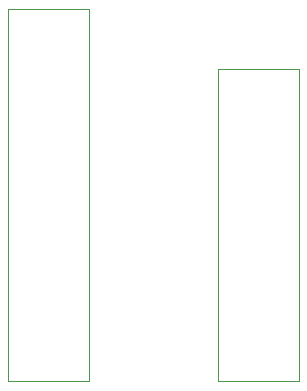
<source format=gbr>
%TF.GenerationSoftware,KiCad,Pcbnew,(5.1.10)-1*%
%TF.CreationDate,2021-11-28T18:03:10+01:00*%
%TF.ProjectId,M5StampC3,4d355374-616d-4704-9333-2e6b69636164,rev?*%
%TF.SameCoordinates,Original*%
%TF.FileFunction,Other,User*%
%FSLAX46Y46*%
G04 Gerber Fmt 4.6, Leading zero omitted, Abs format (unit mm)*
G04 Created by KiCad (PCBNEW (5.1.10)-1) date 2021-11-28 18:03:10*
%MOMM*%
%LPD*%
G01*
G04 APERTURE LIST*
%ADD10C,0.050000*%
G04 APERTURE END LIST*
D10*
%TO.C,J2*%
X130840000Y-53602000D02*
X137740000Y-53602000D01*
X130840000Y-80002000D02*
X130840000Y-53602000D01*
X137740000Y-80002000D02*
X130840000Y-80002000D01*
X137740000Y-53602000D02*
X137740000Y-80002000D01*
%TO.C,J1*%
X113060000Y-48508000D02*
X119960000Y-48508000D01*
X113060000Y-80008000D02*
X113060000Y-48508000D01*
X119960000Y-80008000D02*
X113060000Y-80008000D01*
X119960000Y-48508000D02*
X119960000Y-80008000D01*
%TD*%
M02*

</source>
